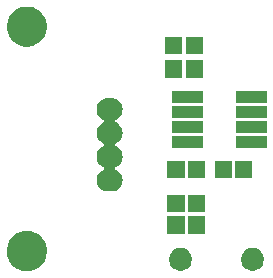
<source format=gts>
G04 #@! TF.GenerationSoftware,KiCad,Pcbnew,(5.0.2)-1*
G04 #@! TF.CreationDate,2019-02-16T11:26:36+09:00*
G04 #@! TF.ProjectId,EEPROM,45455052-4f4d-42e6-9b69-6361645f7063,v1.0*
G04 #@! TF.SameCoordinates,Original*
G04 #@! TF.FileFunction,Soldermask,Top*
G04 #@! TF.FilePolarity,Negative*
%FSLAX46Y46*%
G04 Gerber Fmt 4.6, Leading zero omitted, Abs format (unit mm)*
G04 Created by KiCad (PCBNEW (5.0.2)-1) date 2019/02/16 11:26:36*
%MOMM*%
%LPD*%
G01*
G04 APERTURE LIST*
%ADD10C,0.050000*%
G04 APERTURE END LIST*
D10*
G36*
X182386393Y-120343553D02*
X182495872Y-120365330D01*
X182805252Y-120493479D01*
X183083687Y-120679523D01*
X183320477Y-120916313D01*
X183506521Y-121194748D01*
X183634670Y-121504128D01*
X183634670Y-121504129D01*
X183700000Y-121832563D01*
X183700000Y-122167437D01*
X183656447Y-122386393D01*
X183634670Y-122495872D01*
X183506521Y-122805252D01*
X183320477Y-123083687D01*
X183083687Y-123320477D01*
X182805252Y-123506521D01*
X182495872Y-123634670D01*
X182386393Y-123656447D01*
X182167437Y-123700000D01*
X181832563Y-123700000D01*
X181613607Y-123656447D01*
X181504128Y-123634670D01*
X181194748Y-123506521D01*
X180916313Y-123320477D01*
X180679523Y-123083687D01*
X180493479Y-122805252D01*
X180365330Y-122495872D01*
X180343553Y-122386393D01*
X180300000Y-122167437D01*
X180300000Y-121832563D01*
X180365330Y-121504129D01*
X180365330Y-121504128D01*
X180493479Y-121194748D01*
X180679523Y-120916313D01*
X180916313Y-120679523D01*
X181194748Y-120493479D01*
X181504128Y-120365330D01*
X181613607Y-120343553D01*
X181832563Y-120300000D01*
X182167437Y-120300000D01*
X182386393Y-120343553D01*
X182386393Y-120343553D01*
G37*
G36*
X201380603Y-121774968D02*
X201380606Y-121774969D01*
X201380605Y-121774969D01*
X201555678Y-121847486D01*
X201555679Y-121847487D01*
X201713241Y-121952767D01*
X201847233Y-122086759D01*
X201847234Y-122086761D01*
X201952514Y-122244322D01*
X202008603Y-122379734D01*
X202025032Y-122419397D01*
X202062000Y-122605250D01*
X202062000Y-122794750D01*
X202025032Y-122980603D01*
X202025031Y-122980605D01*
X201952514Y-123155678D01*
X201952513Y-123155679D01*
X201847233Y-123313241D01*
X201713241Y-123447233D01*
X201633923Y-123500232D01*
X201555678Y-123552514D01*
X201420266Y-123608603D01*
X201380603Y-123625032D01*
X201194750Y-123662000D01*
X201005250Y-123662000D01*
X200819397Y-123625032D01*
X200779734Y-123608603D01*
X200644322Y-123552514D01*
X200566077Y-123500232D01*
X200486759Y-123447233D01*
X200352767Y-123313241D01*
X200247487Y-123155679D01*
X200247486Y-123155678D01*
X200174969Y-122980605D01*
X200174968Y-122980603D01*
X200138000Y-122794750D01*
X200138000Y-122605250D01*
X200174968Y-122419397D01*
X200191397Y-122379734D01*
X200247486Y-122244322D01*
X200352766Y-122086761D01*
X200352767Y-122086759D01*
X200486759Y-121952767D01*
X200644321Y-121847487D01*
X200644322Y-121847486D01*
X200819395Y-121774969D01*
X200819394Y-121774969D01*
X200819397Y-121774968D01*
X201005250Y-121738000D01*
X201194750Y-121738000D01*
X201380603Y-121774968D01*
X201380603Y-121774968D01*
G37*
G36*
X195280603Y-121774968D02*
X195280606Y-121774969D01*
X195280605Y-121774969D01*
X195455678Y-121847486D01*
X195455679Y-121847487D01*
X195613241Y-121952767D01*
X195747233Y-122086759D01*
X195747234Y-122086761D01*
X195852514Y-122244322D01*
X195908603Y-122379734D01*
X195925032Y-122419397D01*
X195962000Y-122605250D01*
X195962000Y-122794750D01*
X195925032Y-122980603D01*
X195925031Y-122980605D01*
X195852514Y-123155678D01*
X195852513Y-123155679D01*
X195747233Y-123313241D01*
X195613241Y-123447233D01*
X195533923Y-123500232D01*
X195455678Y-123552514D01*
X195320266Y-123608603D01*
X195280603Y-123625032D01*
X195094750Y-123662000D01*
X194905250Y-123662000D01*
X194719397Y-123625032D01*
X194679734Y-123608603D01*
X194544322Y-123552514D01*
X194466077Y-123500232D01*
X194386759Y-123447233D01*
X194252767Y-123313241D01*
X194147487Y-123155679D01*
X194147486Y-123155678D01*
X194074969Y-122980605D01*
X194074968Y-122980603D01*
X194038000Y-122794750D01*
X194038000Y-122605250D01*
X194074968Y-122419397D01*
X194091397Y-122379734D01*
X194147486Y-122244322D01*
X194252766Y-122086761D01*
X194252767Y-122086759D01*
X194386759Y-121952767D01*
X194544321Y-121847487D01*
X194544322Y-121847486D01*
X194719395Y-121774969D01*
X194719394Y-121774969D01*
X194719397Y-121774968D01*
X194905250Y-121738000D01*
X195094750Y-121738000D01*
X195280603Y-121774968D01*
X195280603Y-121774968D01*
G37*
G36*
X197098270Y-120539750D02*
X195649250Y-120539750D01*
X195649250Y-119060250D01*
X197098270Y-119060250D01*
X197098270Y-120539750D01*
X197098270Y-120539750D01*
G37*
G36*
X195350750Y-120539750D02*
X193901730Y-120539750D01*
X193901730Y-119060250D01*
X195350750Y-119060250D01*
X195350750Y-120539750D01*
X195350750Y-120539750D01*
G37*
G36*
X197098270Y-118739750D02*
X195649250Y-118739750D01*
X195649250Y-117260250D01*
X197098270Y-117260250D01*
X197098270Y-118739750D01*
X197098270Y-118739750D01*
G37*
G36*
X195350750Y-118739750D02*
X193901730Y-118739750D01*
X193901730Y-117260250D01*
X195350750Y-117260250D01*
X195350750Y-118739750D01*
X195350750Y-118739750D01*
G37*
G36*
X189326586Y-109051919D02*
X189507920Y-109106927D01*
X189675047Y-109196258D01*
X189821528Y-109316472D01*
X189941742Y-109462953D01*
X190031073Y-109630080D01*
X190086081Y-109811414D01*
X190104654Y-110000000D01*
X190086081Y-110188586D01*
X190031073Y-110369920D01*
X189941742Y-110537047D01*
X189821528Y-110683528D01*
X189675046Y-110803742D01*
X189514119Y-110889760D01*
X189493745Y-110903374D01*
X189476418Y-110920701D01*
X189462804Y-110941075D01*
X189453426Y-110963714D01*
X189448646Y-110987748D01*
X189448646Y-111012252D01*
X189453426Y-111036286D01*
X189462804Y-111058925D01*
X189476418Y-111079299D01*
X189493745Y-111096626D01*
X189514119Y-111110240D01*
X189675046Y-111196258D01*
X189821528Y-111316472D01*
X189941742Y-111462953D01*
X190031073Y-111630080D01*
X190086081Y-111811414D01*
X190104654Y-112000000D01*
X190086081Y-112188586D01*
X190031073Y-112369920D01*
X189941742Y-112537047D01*
X189821528Y-112683528D01*
X189675046Y-112803742D01*
X189514119Y-112889760D01*
X189493745Y-112903374D01*
X189476418Y-112920701D01*
X189462804Y-112941075D01*
X189453426Y-112963714D01*
X189448646Y-112987748D01*
X189448646Y-113012252D01*
X189453426Y-113036286D01*
X189462804Y-113058925D01*
X189476418Y-113079299D01*
X189493745Y-113096626D01*
X189514119Y-113110240D01*
X189675046Y-113196258D01*
X189821528Y-113316472D01*
X189941742Y-113462953D01*
X190031073Y-113630080D01*
X190086081Y-113811414D01*
X190104654Y-114000000D01*
X190086081Y-114188586D01*
X190031073Y-114369920D01*
X189941742Y-114537047D01*
X189821528Y-114683528D01*
X189675046Y-114803742D01*
X189514119Y-114889760D01*
X189493745Y-114903374D01*
X189476418Y-114920701D01*
X189462804Y-114941075D01*
X189453426Y-114963714D01*
X189448646Y-114987748D01*
X189448646Y-115012252D01*
X189453426Y-115036286D01*
X189462804Y-115058925D01*
X189476418Y-115079299D01*
X189493745Y-115096626D01*
X189514119Y-115110240D01*
X189675046Y-115196258D01*
X189821528Y-115316472D01*
X189941742Y-115462953D01*
X190031073Y-115630080D01*
X190086081Y-115811414D01*
X190104654Y-116000000D01*
X190086081Y-116188586D01*
X190031073Y-116369920D01*
X189941742Y-116537047D01*
X189821528Y-116683528D01*
X189675047Y-116803742D01*
X189507920Y-116893073D01*
X189326586Y-116948081D01*
X189185257Y-116962000D01*
X188814743Y-116962000D01*
X188673414Y-116948081D01*
X188492080Y-116893073D01*
X188324953Y-116803742D01*
X188178472Y-116683528D01*
X188058258Y-116537047D01*
X187968927Y-116369920D01*
X187913919Y-116188586D01*
X187895346Y-116000000D01*
X187913919Y-115811414D01*
X187968927Y-115630080D01*
X188058258Y-115462953D01*
X188178472Y-115316472D01*
X188324954Y-115196258D01*
X188485881Y-115110240D01*
X188506255Y-115096626D01*
X188523582Y-115079299D01*
X188537196Y-115058925D01*
X188546574Y-115036286D01*
X188551354Y-115012252D01*
X188551354Y-114987748D01*
X188546574Y-114963714D01*
X188537196Y-114941075D01*
X188523582Y-114920701D01*
X188506255Y-114903374D01*
X188485881Y-114889760D01*
X188324954Y-114803742D01*
X188178472Y-114683528D01*
X188058258Y-114537047D01*
X187968927Y-114369920D01*
X187913919Y-114188586D01*
X187895346Y-114000000D01*
X187913919Y-113811414D01*
X187968927Y-113630080D01*
X188058258Y-113462953D01*
X188178472Y-113316472D01*
X188324954Y-113196258D01*
X188485881Y-113110240D01*
X188506255Y-113096626D01*
X188523582Y-113079299D01*
X188537196Y-113058925D01*
X188546574Y-113036286D01*
X188551354Y-113012252D01*
X188551354Y-112987748D01*
X188546574Y-112963714D01*
X188537196Y-112941075D01*
X188523582Y-112920701D01*
X188506255Y-112903374D01*
X188485881Y-112889760D01*
X188324954Y-112803742D01*
X188178472Y-112683528D01*
X188058258Y-112537047D01*
X187968927Y-112369920D01*
X187913919Y-112188586D01*
X187895346Y-112000000D01*
X187913919Y-111811414D01*
X187968927Y-111630080D01*
X188058258Y-111462953D01*
X188178472Y-111316472D01*
X188324954Y-111196258D01*
X188485881Y-111110240D01*
X188506255Y-111096626D01*
X188523582Y-111079299D01*
X188537196Y-111058925D01*
X188546574Y-111036286D01*
X188551354Y-111012252D01*
X188551354Y-110987748D01*
X188546574Y-110963714D01*
X188537196Y-110941075D01*
X188523582Y-110920701D01*
X188506255Y-110903374D01*
X188485881Y-110889760D01*
X188324954Y-110803742D01*
X188178472Y-110683528D01*
X188058258Y-110537047D01*
X187968927Y-110369920D01*
X187913919Y-110188586D01*
X187895346Y-110000000D01*
X187913919Y-109811414D01*
X187968927Y-109630080D01*
X188058258Y-109462953D01*
X188178472Y-109316472D01*
X188324953Y-109196258D01*
X188492080Y-109106927D01*
X188673414Y-109051919D01*
X188814743Y-109038000D01*
X189185257Y-109038000D01*
X189326586Y-109051919D01*
X189326586Y-109051919D01*
G37*
G36*
X201098270Y-115839750D02*
X199649250Y-115839750D01*
X199649250Y-114360250D01*
X201098270Y-114360250D01*
X201098270Y-115839750D01*
X201098270Y-115839750D01*
G37*
G36*
X199350750Y-115839750D02*
X197901730Y-115839750D01*
X197901730Y-114360250D01*
X199350750Y-114360250D01*
X199350750Y-115839750D01*
X199350750Y-115839750D01*
G37*
G36*
X197098270Y-115839750D02*
X195649250Y-115839750D01*
X195649250Y-114360250D01*
X197098270Y-114360250D01*
X197098270Y-115839750D01*
X197098270Y-115839750D01*
G37*
G36*
X195350750Y-115839750D02*
X193901730Y-115839750D01*
X193901730Y-114360250D01*
X195350750Y-114360250D01*
X195350750Y-115839750D01*
X195350750Y-115839750D01*
G37*
G36*
X196900000Y-113305000D02*
X194300000Y-113305000D01*
X194300000Y-112305000D01*
X196900000Y-112305000D01*
X196900000Y-113305000D01*
X196900000Y-113305000D01*
G37*
G36*
X202300000Y-113305000D02*
X199700000Y-113305000D01*
X199700000Y-112305000D01*
X202300000Y-112305000D01*
X202300000Y-113305000D01*
X202300000Y-113305000D01*
G37*
G36*
X202300000Y-112035000D02*
X199700000Y-112035000D01*
X199700000Y-111035000D01*
X202300000Y-111035000D01*
X202300000Y-112035000D01*
X202300000Y-112035000D01*
G37*
G36*
X196900000Y-112035000D02*
X194300000Y-112035000D01*
X194300000Y-111035000D01*
X196900000Y-111035000D01*
X196900000Y-112035000D01*
X196900000Y-112035000D01*
G37*
G36*
X202300000Y-110765000D02*
X199700000Y-110765000D01*
X199700000Y-109765000D01*
X202300000Y-109765000D01*
X202300000Y-110765000D01*
X202300000Y-110765000D01*
G37*
G36*
X196900000Y-110765000D02*
X194300000Y-110765000D01*
X194300000Y-109765000D01*
X196900000Y-109765000D01*
X196900000Y-110765000D01*
X196900000Y-110765000D01*
G37*
G36*
X202300000Y-109495000D02*
X199700000Y-109495000D01*
X199700000Y-108495000D01*
X202300000Y-108495000D01*
X202300000Y-109495000D01*
X202300000Y-109495000D01*
G37*
G36*
X196900000Y-109495000D02*
X194300000Y-109495000D01*
X194300000Y-108495000D01*
X196900000Y-108495000D01*
X196900000Y-109495000D01*
X196900000Y-109495000D01*
G37*
G36*
X196898270Y-107339750D02*
X195449250Y-107339750D01*
X195449250Y-105860250D01*
X196898270Y-105860250D01*
X196898270Y-107339750D01*
X196898270Y-107339750D01*
G37*
G36*
X195150750Y-107339750D02*
X193701730Y-107339750D01*
X193701730Y-105860250D01*
X195150750Y-105860250D01*
X195150750Y-107339750D01*
X195150750Y-107339750D01*
G37*
G36*
X196898270Y-105339750D02*
X195449250Y-105339750D01*
X195449250Y-103860250D01*
X196898270Y-103860250D01*
X196898270Y-105339750D01*
X196898270Y-105339750D01*
G37*
G36*
X195150750Y-105339750D02*
X193701730Y-105339750D01*
X193701730Y-103860250D01*
X195150750Y-103860250D01*
X195150750Y-105339750D01*
X195150750Y-105339750D01*
G37*
G36*
X182386393Y-101343553D02*
X182495872Y-101365330D01*
X182805252Y-101493479D01*
X183083687Y-101679523D01*
X183320477Y-101916313D01*
X183506521Y-102194748D01*
X183634670Y-102504128D01*
X183700000Y-102832565D01*
X183700000Y-103167435D01*
X183634670Y-103495872D01*
X183506521Y-103805252D01*
X183320477Y-104083687D01*
X183083687Y-104320477D01*
X182805252Y-104506521D01*
X182495872Y-104634670D01*
X182386393Y-104656447D01*
X182167437Y-104700000D01*
X181832563Y-104700000D01*
X181613607Y-104656447D01*
X181504128Y-104634670D01*
X181194748Y-104506521D01*
X180916313Y-104320477D01*
X180679523Y-104083687D01*
X180493479Y-103805252D01*
X180365330Y-103495872D01*
X180300000Y-103167435D01*
X180300000Y-102832565D01*
X180365330Y-102504128D01*
X180493479Y-102194748D01*
X180679523Y-101916313D01*
X180916313Y-101679523D01*
X181194748Y-101493479D01*
X181504128Y-101365330D01*
X181613607Y-101343553D01*
X181832563Y-101300000D01*
X182167437Y-101300000D01*
X182386393Y-101343553D01*
X182386393Y-101343553D01*
G37*
M02*

</source>
